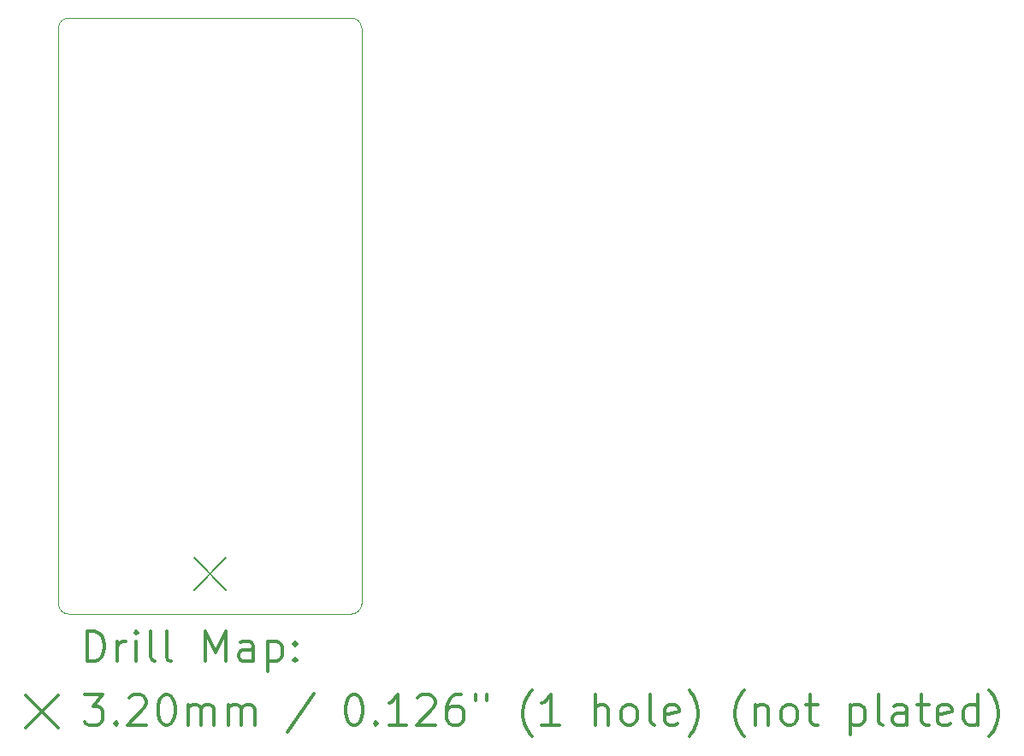
<source format=gbr>
%FSLAX45Y45*%
G04 Gerber Fmt 4.5, Leading zero omitted, Abs format (unit mm)*
G04 Created by KiCad (PCBNEW (5.1.9)-1) date 2021-06-12 20:34:55*
%MOMM*%
%LPD*%
G01*
G04 APERTURE LIST*
%TA.AperFunction,Profile*%
%ADD10C,0.050000*%
%TD*%
%ADD11C,0.200000*%
%ADD12C,0.300000*%
G04 APERTURE END LIST*
D10*
X2100000Y-7950000D02*
G75*
G02*
X2000000Y-7850000I0J100000D01*
G01*
X5000000Y-7850000D02*
G75*
G02*
X4900000Y-7950000I-100000J0D01*
G01*
X4900000Y-2050000D02*
G75*
G02*
X5000000Y-2150000I0J-100000D01*
G01*
X2000000Y-2150000D02*
G75*
G02*
X2100000Y-2050000I100000J0D01*
G01*
X2000000Y-7850000D02*
X2000000Y-2150000D01*
X4900000Y-7950000D02*
X2100000Y-7950000D01*
X5000000Y-2150000D02*
X5000000Y-7850000D01*
X2100000Y-2050000D02*
X4900000Y-2050000D01*
D11*
X3340000Y-7390000D02*
X3660000Y-7710000D01*
X3660000Y-7390000D02*
X3340000Y-7710000D01*
D12*
X2283928Y-8418214D02*
X2283928Y-8118214D01*
X2355357Y-8118214D01*
X2398214Y-8132500D01*
X2426786Y-8161071D01*
X2441071Y-8189643D01*
X2455357Y-8246786D01*
X2455357Y-8289643D01*
X2441071Y-8346786D01*
X2426786Y-8375357D01*
X2398214Y-8403929D01*
X2355357Y-8418214D01*
X2283928Y-8418214D01*
X2583928Y-8418214D02*
X2583928Y-8218214D01*
X2583928Y-8275357D02*
X2598214Y-8246786D01*
X2612500Y-8232500D01*
X2641071Y-8218214D01*
X2669643Y-8218214D01*
X2769643Y-8418214D02*
X2769643Y-8218214D01*
X2769643Y-8118214D02*
X2755357Y-8132500D01*
X2769643Y-8146786D01*
X2783928Y-8132500D01*
X2769643Y-8118214D01*
X2769643Y-8146786D01*
X2955357Y-8418214D02*
X2926786Y-8403929D01*
X2912500Y-8375357D01*
X2912500Y-8118214D01*
X3112500Y-8418214D02*
X3083928Y-8403929D01*
X3069643Y-8375357D01*
X3069643Y-8118214D01*
X3455357Y-8418214D02*
X3455357Y-8118214D01*
X3555357Y-8332500D01*
X3655357Y-8118214D01*
X3655357Y-8418214D01*
X3926786Y-8418214D02*
X3926786Y-8261071D01*
X3912500Y-8232500D01*
X3883928Y-8218214D01*
X3826786Y-8218214D01*
X3798214Y-8232500D01*
X3926786Y-8403929D02*
X3898214Y-8418214D01*
X3826786Y-8418214D01*
X3798214Y-8403929D01*
X3783928Y-8375357D01*
X3783928Y-8346786D01*
X3798214Y-8318214D01*
X3826786Y-8303929D01*
X3898214Y-8303929D01*
X3926786Y-8289643D01*
X4069643Y-8218214D02*
X4069643Y-8518214D01*
X4069643Y-8232500D02*
X4098214Y-8218214D01*
X4155357Y-8218214D01*
X4183928Y-8232500D01*
X4198214Y-8246786D01*
X4212500Y-8275357D01*
X4212500Y-8361071D01*
X4198214Y-8389643D01*
X4183928Y-8403929D01*
X4155357Y-8418214D01*
X4098214Y-8418214D01*
X4069643Y-8403929D01*
X4341071Y-8389643D02*
X4355357Y-8403929D01*
X4341071Y-8418214D01*
X4326786Y-8403929D01*
X4341071Y-8389643D01*
X4341071Y-8418214D01*
X4341071Y-8232500D02*
X4355357Y-8246786D01*
X4341071Y-8261071D01*
X4326786Y-8246786D01*
X4341071Y-8232500D01*
X4341071Y-8261071D01*
X1677500Y-8752500D02*
X1997500Y-9072500D01*
X1997500Y-8752500D02*
X1677500Y-9072500D01*
X2255357Y-8748214D02*
X2441071Y-8748214D01*
X2341071Y-8862500D01*
X2383928Y-8862500D01*
X2412500Y-8876786D01*
X2426786Y-8891072D01*
X2441071Y-8919643D01*
X2441071Y-8991072D01*
X2426786Y-9019643D01*
X2412500Y-9033929D01*
X2383928Y-9048214D01*
X2298214Y-9048214D01*
X2269643Y-9033929D01*
X2255357Y-9019643D01*
X2569643Y-9019643D02*
X2583928Y-9033929D01*
X2569643Y-9048214D01*
X2555357Y-9033929D01*
X2569643Y-9019643D01*
X2569643Y-9048214D01*
X2698214Y-8776786D02*
X2712500Y-8762500D01*
X2741071Y-8748214D01*
X2812500Y-8748214D01*
X2841071Y-8762500D01*
X2855357Y-8776786D01*
X2869643Y-8805357D01*
X2869643Y-8833929D01*
X2855357Y-8876786D01*
X2683928Y-9048214D01*
X2869643Y-9048214D01*
X3055357Y-8748214D02*
X3083928Y-8748214D01*
X3112500Y-8762500D01*
X3126786Y-8776786D01*
X3141071Y-8805357D01*
X3155357Y-8862500D01*
X3155357Y-8933929D01*
X3141071Y-8991072D01*
X3126786Y-9019643D01*
X3112500Y-9033929D01*
X3083928Y-9048214D01*
X3055357Y-9048214D01*
X3026786Y-9033929D01*
X3012500Y-9019643D01*
X2998214Y-8991072D01*
X2983928Y-8933929D01*
X2983928Y-8862500D01*
X2998214Y-8805357D01*
X3012500Y-8776786D01*
X3026786Y-8762500D01*
X3055357Y-8748214D01*
X3283928Y-9048214D02*
X3283928Y-8848214D01*
X3283928Y-8876786D02*
X3298214Y-8862500D01*
X3326786Y-8848214D01*
X3369643Y-8848214D01*
X3398214Y-8862500D01*
X3412500Y-8891072D01*
X3412500Y-9048214D01*
X3412500Y-8891072D02*
X3426786Y-8862500D01*
X3455357Y-8848214D01*
X3498214Y-8848214D01*
X3526786Y-8862500D01*
X3541071Y-8891072D01*
X3541071Y-9048214D01*
X3683928Y-9048214D02*
X3683928Y-8848214D01*
X3683928Y-8876786D02*
X3698214Y-8862500D01*
X3726786Y-8848214D01*
X3769643Y-8848214D01*
X3798214Y-8862500D01*
X3812500Y-8891072D01*
X3812500Y-9048214D01*
X3812500Y-8891072D02*
X3826786Y-8862500D01*
X3855357Y-8848214D01*
X3898214Y-8848214D01*
X3926786Y-8862500D01*
X3941071Y-8891072D01*
X3941071Y-9048214D01*
X4526786Y-8733929D02*
X4269643Y-9119643D01*
X4912500Y-8748214D02*
X4941071Y-8748214D01*
X4969643Y-8762500D01*
X4983928Y-8776786D01*
X4998214Y-8805357D01*
X5012500Y-8862500D01*
X5012500Y-8933929D01*
X4998214Y-8991072D01*
X4983928Y-9019643D01*
X4969643Y-9033929D01*
X4941071Y-9048214D01*
X4912500Y-9048214D01*
X4883928Y-9033929D01*
X4869643Y-9019643D01*
X4855357Y-8991072D01*
X4841071Y-8933929D01*
X4841071Y-8862500D01*
X4855357Y-8805357D01*
X4869643Y-8776786D01*
X4883928Y-8762500D01*
X4912500Y-8748214D01*
X5141071Y-9019643D02*
X5155357Y-9033929D01*
X5141071Y-9048214D01*
X5126786Y-9033929D01*
X5141071Y-9019643D01*
X5141071Y-9048214D01*
X5441071Y-9048214D02*
X5269643Y-9048214D01*
X5355357Y-9048214D02*
X5355357Y-8748214D01*
X5326786Y-8791072D01*
X5298214Y-8819643D01*
X5269643Y-8833929D01*
X5555357Y-8776786D02*
X5569643Y-8762500D01*
X5598214Y-8748214D01*
X5669643Y-8748214D01*
X5698214Y-8762500D01*
X5712500Y-8776786D01*
X5726786Y-8805357D01*
X5726786Y-8833929D01*
X5712500Y-8876786D01*
X5541071Y-9048214D01*
X5726786Y-9048214D01*
X5983928Y-8748214D02*
X5926786Y-8748214D01*
X5898214Y-8762500D01*
X5883928Y-8776786D01*
X5855357Y-8819643D01*
X5841071Y-8876786D01*
X5841071Y-8991072D01*
X5855357Y-9019643D01*
X5869643Y-9033929D01*
X5898214Y-9048214D01*
X5955357Y-9048214D01*
X5983928Y-9033929D01*
X5998214Y-9019643D01*
X6012500Y-8991072D01*
X6012500Y-8919643D01*
X5998214Y-8891072D01*
X5983928Y-8876786D01*
X5955357Y-8862500D01*
X5898214Y-8862500D01*
X5869643Y-8876786D01*
X5855357Y-8891072D01*
X5841071Y-8919643D01*
X6126786Y-8748214D02*
X6126786Y-8805357D01*
X6241071Y-8748214D02*
X6241071Y-8805357D01*
X6683928Y-9162500D02*
X6669643Y-9148214D01*
X6641071Y-9105357D01*
X6626786Y-9076786D01*
X6612500Y-9033929D01*
X6598214Y-8962500D01*
X6598214Y-8905357D01*
X6612500Y-8833929D01*
X6626786Y-8791072D01*
X6641071Y-8762500D01*
X6669643Y-8719643D01*
X6683928Y-8705357D01*
X6955357Y-9048214D02*
X6783928Y-9048214D01*
X6869643Y-9048214D02*
X6869643Y-8748214D01*
X6841071Y-8791072D01*
X6812500Y-8819643D01*
X6783928Y-8833929D01*
X7312500Y-9048214D02*
X7312500Y-8748214D01*
X7441071Y-9048214D02*
X7441071Y-8891072D01*
X7426786Y-8862500D01*
X7398214Y-8848214D01*
X7355357Y-8848214D01*
X7326786Y-8862500D01*
X7312500Y-8876786D01*
X7626786Y-9048214D02*
X7598214Y-9033929D01*
X7583928Y-9019643D01*
X7569643Y-8991072D01*
X7569643Y-8905357D01*
X7583928Y-8876786D01*
X7598214Y-8862500D01*
X7626786Y-8848214D01*
X7669643Y-8848214D01*
X7698214Y-8862500D01*
X7712500Y-8876786D01*
X7726786Y-8905357D01*
X7726786Y-8991072D01*
X7712500Y-9019643D01*
X7698214Y-9033929D01*
X7669643Y-9048214D01*
X7626786Y-9048214D01*
X7898214Y-9048214D02*
X7869643Y-9033929D01*
X7855357Y-9005357D01*
X7855357Y-8748214D01*
X8126786Y-9033929D02*
X8098214Y-9048214D01*
X8041071Y-9048214D01*
X8012500Y-9033929D01*
X7998214Y-9005357D01*
X7998214Y-8891072D01*
X8012500Y-8862500D01*
X8041071Y-8848214D01*
X8098214Y-8848214D01*
X8126786Y-8862500D01*
X8141071Y-8891072D01*
X8141071Y-8919643D01*
X7998214Y-8948214D01*
X8241071Y-9162500D02*
X8255357Y-9148214D01*
X8283928Y-9105357D01*
X8298214Y-9076786D01*
X8312500Y-9033929D01*
X8326786Y-8962500D01*
X8326786Y-8905357D01*
X8312500Y-8833929D01*
X8298214Y-8791072D01*
X8283928Y-8762500D01*
X8255357Y-8719643D01*
X8241071Y-8705357D01*
X8783928Y-9162500D02*
X8769643Y-9148214D01*
X8741071Y-9105357D01*
X8726786Y-9076786D01*
X8712500Y-9033929D01*
X8698214Y-8962500D01*
X8698214Y-8905357D01*
X8712500Y-8833929D01*
X8726786Y-8791072D01*
X8741071Y-8762500D01*
X8769643Y-8719643D01*
X8783928Y-8705357D01*
X8898214Y-8848214D02*
X8898214Y-9048214D01*
X8898214Y-8876786D02*
X8912500Y-8862500D01*
X8941071Y-8848214D01*
X8983928Y-8848214D01*
X9012500Y-8862500D01*
X9026786Y-8891072D01*
X9026786Y-9048214D01*
X9212500Y-9048214D02*
X9183928Y-9033929D01*
X9169643Y-9019643D01*
X9155357Y-8991072D01*
X9155357Y-8905357D01*
X9169643Y-8876786D01*
X9183928Y-8862500D01*
X9212500Y-8848214D01*
X9255357Y-8848214D01*
X9283928Y-8862500D01*
X9298214Y-8876786D01*
X9312500Y-8905357D01*
X9312500Y-8991072D01*
X9298214Y-9019643D01*
X9283928Y-9033929D01*
X9255357Y-9048214D01*
X9212500Y-9048214D01*
X9398214Y-8848214D02*
X9512500Y-8848214D01*
X9441071Y-8748214D02*
X9441071Y-9005357D01*
X9455357Y-9033929D01*
X9483928Y-9048214D01*
X9512500Y-9048214D01*
X9841071Y-8848214D02*
X9841071Y-9148214D01*
X9841071Y-8862500D02*
X9869643Y-8848214D01*
X9926786Y-8848214D01*
X9955357Y-8862500D01*
X9969643Y-8876786D01*
X9983928Y-8905357D01*
X9983928Y-8991072D01*
X9969643Y-9019643D01*
X9955357Y-9033929D01*
X9926786Y-9048214D01*
X9869643Y-9048214D01*
X9841071Y-9033929D01*
X10155357Y-9048214D02*
X10126786Y-9033929D01*
X10112500Y-9005357D01*
X10112500Y-8748214D01*
X10398214Y-9048214D02*
X10398214Y-8891072D01*
X10383928Y-8862500D01*
X10355357Y-8848214D01*
X10298214Y-8848214D01*
X10269643Y-8862500D01*
X10398214Y-9033929D02*
X10369643Y-9048214D01*
X10298214Y-9048214D01*
X10269643Y-9033929D01*
X10255357Y-9005357D01*
X10255357Y-8976786D01*
X10269643Y-8948214D01*
X10298214Y-8933929D01*
X10369643Y-8933929D01*
X10398214Y-8919643D01*
X10498214Y-8848214D02*
X10612500Y-8848214D01*
X10541071Y-8748214D02*
X10541071Y-9005357D01*
X10555357Y-9033929D01*
X10583928Y-9048214D01*
X10612500Y-9048214D01*
X10826786Y-9033929D02*
X10798214Y-9048214D01*
X10741071Y-9048214D01*
X10712500Y-9033929D01*
X10698214Y-9005357D01*
X10698214Y-8891072D01*
X10712500Y-8862500D01*
X10741071Y-8848214D01*
X10798214Y-8848214D01*
X10826786Y-8862500D01*
X10841071Y-8891072D01*
X10841071Y-8919643D01*
X10698214Y-8948214D01*
X11098214Y-9048214D02*
X11098214Y-8748214D01*
X11098214Y-9033929D02*
X11069643Y-9048214D01*
X11012500Y-9048214D01*
X10983928Y-9033929D01*
X10969643Y-9019643D01*
X10955357Y-8991072D01*
X10955357Y-8905357D01*
X10969643Y-8876786D01*
X10983928Y-8862500D01*
X11012500Y-8848214D01*
X11069643Y-8848214D01*
X11098214Y-8862500D01*
X11212500Y-9162500D02*
X11226786Y-9148214D01*
X11255357Y-9105357D01*
X11269643Y-9076786D01*
X11283928Y-9033929D01*
X11298214Y-8962500D01*
X11298214Y-8905357D01*
X11283928Y-8833929D01*
X11269643Y-8791072D01*
X11255357Y-8762500D01*
X11226786Y-8719643D01*
X11212500Y-8705357D01*
M02*

</source>
